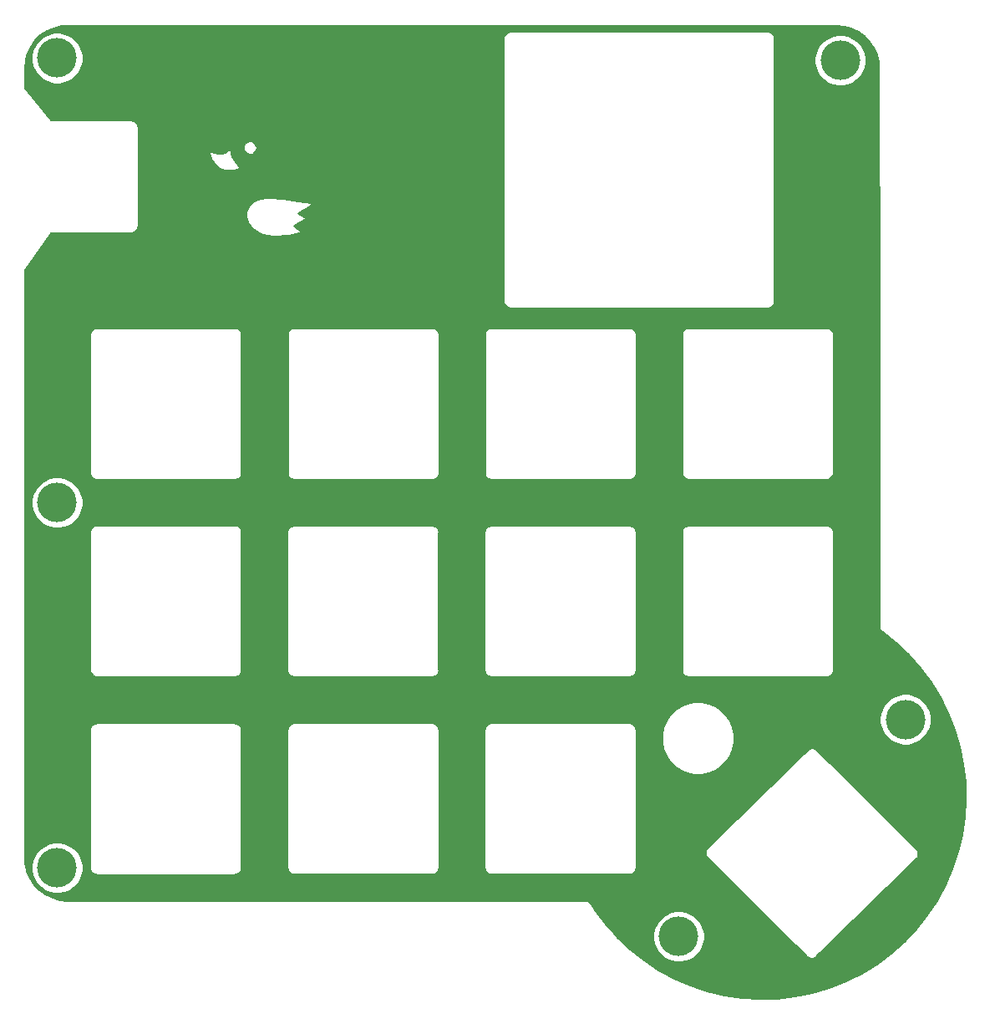
<source format=gbr>
%TF.GenerationSoftware,KiCad,Pcbnew,5.1.7-a382d34a8~88~ubuntu20.04.1*%
%TF.CreationDate,2021-05-04T18:55:33+02:00*%
%TF.ProjectId,WiFiDuck32,57694669-4475-4636-9b33-322e6b696361,2*%
%TF.SameCoordinates,Original*%
%TF.FileFunction,Copper,L1,Top*%
%TF.FilePolarity,Positive*%
%FSLAX46Y46*%
G04 Gerber Fmt 4.6, Leading zero omitted, Abs format (unit mm)*
G04 Created by KiCad (PCBNEW 5.1.7-a382d34a8~88~ubuntu20.04.1) date 2021-05-04 18:55:33*
%MOMM*%
%LPD*%
G01*
G04 APERTURE LIST*
%TA.AperFunction,ComponentPad*%
%ADD10C,4.000000*%
%TD*%
%TA.AperFunction,NonConductor*%
%ADD11C,0.254000*%
%TD*%
%TA.AperFunction,NonConductor*%
%ADD12C,0.100000*%
%TD*%
G04 APERTURE END LIST*
D10*
%TO.P,HOLE_M3,1*%
%TO.N,N/C*%
X111963200Y-90982800D03*
%TD*%
%TO.P,HOLE_M3,1*%
%TO.N,N/C*%
X89001600Y-112979200D03*
%TD*%
%TO.P,HOLE_M3,1*%
%TO.N,N/C*%
X26009600Y-106019600D03*
%TD*%
%TO.P,HOLE_M3,1*%
%TO.N,N/C*%
X26009600Y-69037200D03*
%TD*%
%TO.P,HOLE_M3,1*%
%TO.N,N/C*%
X26009600Y-24003000D03*
%TD*%
%TO.P,HOLE_M3,1*%
%TO.N,N/C*%
X105359200Y-24231600D03*
%TD*%
D11*
X104932755Y-20737499D02*
X105720247Y-20807781D01*
X106451143Y-21007731D01*
X107135075Y-21333950D01*
X107750428Y-21776126D01*
X108277759Y-22320289D01*
X108700386Y-22949226D01*
X109004963Y-23643070D01*
X109183215Y-24385539D01*
X109230539Y-25029986D01*
X109265000Y-48590261D01*
X109265001Y-81536105D01*
X109275636Y-81644085D01*
X109317664Y-81782633D01*
X109385914Y-81910320D01*
X109477763Y-82022238D01*
X109589681Y-82114087D01*
X109595346Y-82117115D01*
X110971037Y-83208782D01*
X112271452Y-84439960D01*
X113459605Y-85779781D01*
X114526462Y-87218056D01*
X115463916Y-88743859D01*
X116264813Y-90345543D01*
X116923068Y-92010943D01*
X117433667Y-93727366D01*
X117792730Y-95481779D01*
X117997518Y-97260796D01*
X118046476Y-99050886D01*
X117939229Y-100838454D01*
X117676598Y-102609845D01*
X117260574Y-104351623D01*
X116694326Y-106050521D01*
X115982173Y-107693580D01*
X115129522Y-109268331D01*
X114142868Y-110762772D01*
X113029720Y-112165537D01*
X111798540Y-113465952D01*
X110458719Y-114654105D01*
X109020439Y-115720965D01*
X107494641Y-116658416D01*
X105892952Y-117459315D01*
X104227557Y-118117568D01*
X102511132Y-118628167D01*
X100756721Y-118987230D01*
X98977705Y-119192018D01*
X97187614Y-119240976D01*
X95400046Y-119133729D01*
X93628655Y-118871098D01*
X91886877Y-118455074D01*
X90187979Y-117888826D01*
X88544920Y-117176673D01*
X86970169Y-116324022D01*
X85475728Y-115337368D01*
X84072963Y-114224220D01*
X82772548Y-112993040D01*
X82530128Y-112719675D01*
X86366600Y-112719675D01*
X86366600Y-113238725D01*
X86467861Y-113747801D01*
X86666493Y-114227341D01*
X86954862Y-114658915D01*
X87321885Y-115025938D01*
X87753459Y-115314307D01*
X88232999Y-115512939D01*
X88742075Y-115614200D01*
X89261125Y-115614200D01*
X89770201Y-115512939D01*
X90249741Y-115314307D01*
X90681315Y-115025938D01*
X91048338Y-114658915D01*
X91336707Y-114227341D01*
X91535339Y-113747801D01*
X91636600Y-113238725D01*
X91636600Y-112719675D01*
X91535339Y-112210599D01*
X91336707Y-111731059D01*
X91048338Y-111299485D01*
X90681315Y-110932462D01*
X90249741Y-110644093D01*
X89770201Y-110445461D01*
X89261125Y-110344200D01*
X88742075Y-110344200D01*
X88232999Y-110445461D01*
X87753459Y-110644093D01*
X87321885Y-110932462D01*
X86954862Y-111299485D01*
X86666493Y-111731059D01*
X86467861Y-112210599D01*
X86366600Y-112719675D01*
X82530128Y-112719675D01*
X81584395Y-111653219D01*
X80511828Y-110207245D01*
X80133405Y-109625822D01*
X80114087Y-109589680D01*
X80022238Y-109477762D01*
X79910320Y-109385913D01*
X79782633Y-109317663D01*
X79716314Y-109297545D01*
X79714055Y-109296748D01*
X79711609Y-109296118D01*
X79644085Y-109275635D01*
X79536105Y-109265000D01*
X27032731Y-109265000D01*
X26245252Y-109194719D01*
X25514357Y-108994769D01*
X24830425Y-108668550D01*
X24215072Y-108226374D01*
X23687741Y-107682211D01*
X23265114Y-107053274D01*
X22960536Y-106359429D01*
X22816645Y-105760075D01*
X23374600Y-105760075D01*
X23374600Y-106279125D01*
X23475861Y-106788201D01*
X23674493Y-107267741D01*
X23962862Y-107699315D01*
X24329885Y-108066338D01*
X24761459Y-108354707D01*
X25240999Y-108553339D01*
X25750075Y-108654600D01*
X26269125Y-108654600D01*
X26778201Y-108553339D01*
X27257741Y-108354707D01*
X27689315Y-108066338D01*
X28056338Y-107699315D01*
X28344707Y-107267741D01*
X28543339Y-106788201D01*
X28644600Y-106279125D01*
X28644600Y-105760075D01*
X28543339Y-105250999D01*
X28344707Y-104771459D01*
X28056338Y-104339885D01*
X27689315Y-103972862D01*
X27257741Y-103684493D01*
X26778201Y-103485861D01*
X26269125Y-103384600D01*
X25750075Y-103384600D01*
X25240999Y-103485861D01*
X24761459Y-103684493D01*
X24329885Y-103972862D01*
X23962862Y-104339885D01*
X23674493Y-104771459D01*
X23475861Y-105250999D01*
X23374600Y-105760075D01*
X22816645Y-105760075D01*
X22782286Y-105616961D01*
X22735000Y-104973051D01*
X22735000Y-92017900D01*
X29272965Y-92017900D01*
X29276401Y-92052787D01*
X29276400Y-105983023D01*
X29272965Y-106017900D01*
X29286673Y-106157084D01*
X29327272Y-106290920D01*
X29393200Y-106414263D01*
X29481925Y-106522375D01*
X29574562Y-106598400D01*
X29590037Y-106611100D01*
X29713380Y-106677028D01*
X29847216Y-106717627D01*
X29986400Y-106731335D01*
X30021277Y-106727900D01*
X43951523Y-106727900D01*
X43986400Y-106731335D01*
X44021277Y-106727900D01*
X44125584Y-106717627D01*
X44259420Y-106677028D01*
X44382763Y-106611100D01*
X44490875Y-106522375D01*
X44579600Y-106414263D01*
X44645528Y-106290920D01*
X44686127Y-106157084D01*
X44699835Y-106017900D01*
X44696400Y-105983023D01*
X44696400Y-92052777D01*
X44699835Y-92017900D01*
X44698585Y-92005200D01*
X49296865Y-92005200D01*
X49300301Y-92040087D01*
X49300300Y-105970323D01*
X49296865Y-106005200D01*
X49310573Y-106144384D01*
X49351172Y-106278220D01*
X49417100Y-106401563D01*
X49505825Y-106509675D01*
X49613937Y-106598400D01*
X49737280Y-106664328D01*
X49871116Y-106704927D01*
X50010300Y-106718635D01*
X50045177Y-106715200D01*
X63975423Y-106715200D01*
X64010300Y-106718635D01*
X64045177Y-106715200D01*
X64149484Y-106704927D01*
X64283320Y-106664328D01*
X64406663Y-106598400D01*
X64514775Y-106509675D01*
X64603500Y-106401563D01*
X64669428Y-106278220D01*
X64710027Y-106144384D01*
X64723735Y-106005200D01*
X64720300Y-105970323D01*
X64720300Y-92040077D01*
X64723735Y-92005200D01*
X69269965Y-92005200D01*
X69273401Y-92040087D01*
X69273400Y-105970323D01*
X69269965Y-106005200D01*
X69283673Y-106144384D01*
X69324272Y-106278220D01*
X69390200Y-106401563D01*
X69478925Y-106509675D01*
X69587037Y-106598400D01*
X69710380Y-106664328D01*
X69844216Y-106704927D01*
X69983400Y-106718635D01*
X70018277Y-106715200D01*
X83948523Y-106715200D01*
X83983400Y-106718635D01*
X84018277Y-106715200D01*
X84122584Y-106704927D01*
X84256420Y-106664328D01*
X84379763Y-106598400D01*
X84487875Y-106509675D01*
X84576600Y-106401563D01*
X84642528Y-106278220D01*
X84683127Y-106144384D01*
X84696835Y-106005200D01*
X84693400Y-105970323D01*
X84693400Y-104471065D01*
X91640688Y-104471065D01*
X91646956Y-104533898D01*
X91652432Y-104596813D01*
X91653650Y-104600997D01*
X91654082Y-104605332D01*
X91672481Y-104665711D01*
X91690133Y-104726372D01*
X91692145Y-104730241D01*
X91693414Y-104734406D01*
X91723248Y-104790053D01*
X91752386Y-104846087D01*
X91755111Y-104849485D01*
X91757170Y-104853326D01*
X91797294Y-104902092D01*
X91836797Y-104951356D01*
X91866002Y-104975884D01*
X101927561Y-115012164D01*
X101945997Y-115035156D01*
X101975191Y-115059675D01*
X101978263Y-115062739D01*
X102001008Y-115081358D01*
X102049323Y-115121935D01*
X102053141Y-115124032D01*
X102056513Y-115126792D01*
X102112260Y-115156499D01*
X102167594Y-115186888D01*
X102171747Y-115188199D01*
X102175593Y-115190249D01*
X102236073Y-115208512D01*
X102296265Y-115227520D01*
X102300593Y-115227996D01*
X102304766Y-115229256D01*
X102367681Y-115235373D01*
X102430389Y-115242268D01*
X102434723Y-115241891D01*
X102439066Y-115242313D01*
X102501981Y-115236037D01*
X102564813Y-115230568D01*
X102568992Y-115229352D01*
X102573332Y-115228919D01*
X102633784Y-115210498D01*
X102694372Y-115192867D01*
X102698236Y-115190858D01*
X102702406Y-115189587D01*
X102758086Y-115159735D01*
X102814087Y-115130614D01*
X102817485Y-115127889D01*
X102821326Y-115125830D01*
X102870108Y-115085693D01*
X102892979Y-115067354D01*
X102896071Y-115064332D01*
X102925523Y-115040099D01*
X102944200Y-115017283D01*
X113081477Y-105107527D01*
X113110923Y-105083299D01*
X113150924Y-105034432D01*
X113191534Y-104986078D01*
X113193631Y-104982260D01*
X113196392Y-104978887D01*
X113226088Y-104923161D01*
X113256488Y-104867807D01*
X113257801Y-104863649D01*
X113259849Y-104859806D01*
X113278098Y-104799374D01*
X113297120Y-104739137D01*
X113297596Y-104734806D01*
X113298856Y-104730634D01*
X113304972Y-104667731D01*
X113311868Y-104605012D01*
X113311491Y-104600677D01*
X113311913Y-104596334D01*
X113305636Y-104533412D01*
X113300168Y-104470588D01*
X113298952Y-104466410D01*
X113298519Y-104462068D01*
X113280083Y-104401567D01*
X113262466Y-104341028D01*
X113260459Y-104337169D01*
X113259187Y-104332994D01*
X113229311Y-104277269D01*
X113200214Y-104221313D01*
X113197491Y-104217917D01*
X113195430Y-104214073D01*
X113155274Y-104165268D01*
X113115803Y-104116044D01*
X113086608Y-104091524D01*
X103025043Y-94055241D01*
X103006603Y-94032244D01*
X102977406Y-94007723D01*
X102974336Y-94004661D01*
X102951584Y-93986037D01*
X102903276Y-93945466D01*
X102899462Y-93943371D01*
X102896086Y-93940608D01*
X102840311Y-93910886D01*
X102785005Y-93880512D01*
X102780852Y-93879201D01*
X102777006Y-93877151D01*
X102716538Y-93858891D01*
X102656335Y-93839880D01*
X102652005Y-93839404D01*
X102647833Y-93838144D01*
X102584956Y-93832031D01*
X102522211Y-93825132D01*
X102517872Y-93825510D01*
X102513535Y-93825088D01*
X102450705Y-93831356D01*
X102387786Y-93836832D01*
X102383601Y-93838050D01*
X102379268Y-93838482D01*
X102318882Y-93856883D01*
X102258226Y-93874534D01*
X102254359Y-93876545D01*
X102250194Y-93877814D01*
X102194565Y-93907638D01*
X102138512Y-93936786D01*
X102135112Y-93939512D01*
X102131274Y-93941570D01*
X102082553Y-93981657D01*
X102059620Y-94000046D01*
X102056518Y-94003078D01*
X102027077Y-94027302D01*
X102008408Y-94050108D01*
X91871125Y-103959873D01*
X91841677Y-103984102D01*
X91801690Y-104032951D01*
X91761065Y-104081323D01*
X91758966Y-104085144D01*
X91756208Y-104088514D01*
X91726519Y-104144227D01*
X91696112Y-104199594D01*
X91694800Y-104203749D01*
X91692751Y-104207594D01*
X91674495Y-104268051D01*
X91655480Y-104328265D01*
X91655004Y-104332595D01*
X91653744Y-104336767D01*
X91647631Y-104399644D01*
X91640732Y-104462389D01*
X91641110Y-104466728D01*
X91640688Y-104471065D01*
X84693400Y-104471065D01*
X84693400Y-92518409D01*
X87244841Y-92518409D01*
X87244841Y-93244717D01*
X87386536Y-93957068D01*
X87664482Y-94628088D01*
X88067996Y-95231990D01*
X88581573Y-95745567D01*
X89185475Y-96149081D01*
X89856495Y-96427027D01*
X90568846Y-96568722D01*
X91295154Y-96568722D01*
X92007505Y-96427027D01*
X92678525Y-96149081D01*
X93282427Y-95745567D01*
X93796004Y-95231990D01*
X94199518Y-94628088D01*
X94477464Y-93957068D01*
X94619159Y-93244717D01*
X94619159Y-92518409D01*
X94477464Y-91806058D01*
X94199518Y-91135038D01*
X93924388Y-90723275D01*
X109328200Y-90723275D01*
X109328200Y-91242325D01*
X109429461Y-91751401D01*
X109628093Y-92230941D01*
X109916462Y-92662515D01*
X110283485Y-93029538D01*
X110715059Y-93317907D01*
X111194599Y-93516539D01*
X111703675Y-93617800D01*
X112222725Y-93617800D01*
X112731801Y-93516539D01*
X113211341Y-93317907D01*
X113642915Y-93029538D01*
X114009938Y-92662515D01*
X114298307Y-92230941D01*
X114496939Y-91751401D01*
X114598200Y-91242325D01*
X114598200Y-90723275D01*
X114496939Y-90214199D01*
X114298307Y-89734659D01*
X114009938Y-89303085D01*
X113642915Y-88936062D01*
X113211341Y-88647693D01*
X112731801Y-88449061D01*
X112222725Y-88347800D01*
X111703675Y-88347800D01*
X111194599Y-88449061D01*
X110715059Y-88647693D01*
X110283485Y-88936062D01*
X109916462Y-89303085D01*
X109628093Y-89734659D01*
X109429461Y-90214199D01*
X109328200Y-90723275D01*
X93924388Y-90723275D01*
X93796004Y-90531136D01*
X93282427Y-90017559D01*
X92678525Y-89614045D01*
X92007505Y-89336099D01*
X91295154Y-89194404D01*
X90568846Y-89194404D01*
X89856495Y-89336099D01*
X89185475Y-89614045D01*
X88581573Y-90017559D01*
X88067996Y-90531136D01*
X87664482Y-91135038D01*
X87386536Y-91806058D01*
X87244841Y-92518409D01*
X84693400Y-92518409D01*
X84693400Y-92040077D01*
X84696835Y-92005200D01*
X84683127Y-91866016D01*
X84642528Y-91732180D01*
X84576600Y-91608837D01*
X84487875Y-91500725D01*
X84379763Y-91412000D01*
X84256420Y-91346072D01*
X84122584Y-91305473D01*
X84018277Y-91295200D01*
X83983400Y-91291765D01*
X83948523Y-91295200D01*
X70018277Y-91295200D01*
X69983400Y-91291765D01*
X69948523Y-91295200D01*
X69844216Y-91305473D01*
X69710380Y-91346072D01*
X69587037Y-91412000D01*
X69478925Y-91500725D01*
X69390200Y-91608837D01*
X69324272Y-91732180D01*
X69283673Y-91866016D01*
X69269965Y-92005200D01*
X64723735Y-92005200D01*
X64710027Y-91866016D01*
X64669428Y-91732180D01*
X64603500Y-91608837D01*
X64514775Y-91500725D01*
X64406663Y-91412000D01*
X64283320Y-91346072D01*
X64149484Y-91305473D01*
X64045177Y-91295200D01*
X64010300Y-91291765D01*
X63975423Y-91295200D01*
X50045177Y-91295200D01*
X50010300Y-91291765D01*
X49975423Y-91295200D01*
X49871116Y-91305473D01*
X49737280Y-91346072D01*
X49613937Y-91412000D01*
X49505825Y-91500725D01*
X49417100Y-91608837D01*
X49351172Y-91732180D01*
X49310573Y-91866016D01*
X49296865Y-92005200D01*
X44698585Y-92005200D01*
X44686127Y-91878716D01*
X44645528Y-91744880D01*
X44579600Y-91621537D01*
X44490875Y-91513425D01*
X44382763Y-91424700D01*
X44259420Y-91358772D01*
X44125584Y-91318173D01*
X43986400Y-91304465D01*
X43951523Y-91307900D01*
X30021277Y-91307900D01*
X29986400Y-91304465D01*
X29951523Y-91307900D01*
X29847216Y-91318173D01*
X29713380Y-91358772D01*
X29590037Y-91424700D01*
X29481925Y-91513425D01*
X29393200Y-91621537D01*
X29327272Y-91744880D01*
X29286673Y-91878716D01*
X29272965Y-92017900D01*
X22735000Y-92017900D01*
X22735000Y-71981300D01*
X29298365Y-71981300D01*
X29301801Y-72016187D01*
X29301800Y-85946423D01*
X29298365Y-85981300D01*
X29312073Y-86120484D01*
X29352672Y-86254320D01*
X29418600Y-86377663D01*
X29507325Y-86485775D01*
X29614276Y-86573547D01*
X29615437Y-86574500D01*
X29738780Y-86640428D01*
X29872616Y-86681027D01*
X30011800Y-86694735D01*
X30046677Y-86691300D01*
X43976923Y-86691300D01*
X44011800Y-86694735D01*
X44046677Y-86691300D01*
X44150984Y-86681027D01*
X44284820Y-86640428D01*
X44408163Y-86574500D01*
X44516275Y-86485775D01*
X44605000Y-86377663D01*
X44670928Y-86254320D01*
X44711527Y-86120484D01*
X44725235Y-85981300D01*
X44721800Y-85946423D01*
X44721800Y-72016177D01*
X44723984Y-71994000D01*
X49284165Y-71994000D01*
X49287601Y-72028887D01*
X49287600Y-85959123D01*
X49284165Y-85994000D01*
X49297873Y-86133184D01*
X49338472Y-86267020D01*
X49404400Y-86390363D01*
X49493125Y-86498475D01*
X49584601Y-86573547D01*
X49601237Y-86587200D01*
X49724580Y-86653128D01*
X49858416Y-86693727D01*
X49997600Y-86707435D01*
X50032477Y-86704000D01*
X63962723Y-86704000D01*
X63997600Y-86707435D01*
X64032477Y-86704000D01*
X64136784Y-86693727D01*
X64270620Y-86653128D01*
X64393963Y-86587200D01*
X64502075Y-86498475D01*
X64590800Y-86390363D01*
X64656728Y-86267020D01*
X64697327Y-86133184D01*
X64711035Y-85994000D01*
X64707600Y-85959123D01*
X64707600Y-72028877D01*
X64711035Y-71994000D01*
X69269965Y-71994000D01*
X69273401Y-72028887D01*
X69273400Y-85959123D01*
X69269965Y-85994000D01*
X69283673Y-86133184D01*
X69324272Y-86267020D01*
X69390200Y-86390363D01*
X69478925Y-86498475D01*
X69570401Y-86573547D01*
X69587037Y-86587200D01*
X69710380Y-86653128D01*
X69844216Y-86693727D01*
X69983400Y-86707435D01*
X70018277Y-86704000D01*
X83948523Y-86704000D01*
X83983400Y-86707435D01*
X84018277Y-86704000D01*
X84122584Y-86693727D01*
X84256420Y-86653128D01*
X84379763Y-86587200D01*
X84487875Y-86498475D01*
X84576600Y-86390363D01*
X84642528Y-86267020D01*
X84683127Y-86133184D01*
X84696835Y-85994000D01*
X84693400Y-85959123D01*
X84693400Y-72028877D01*
X84696835Y-71994000D01*
X89268465Y-71994000D01*
X89271901Y-72028887D01*
X89271900Y-85959123D01*
X89268465Y-85994000D01*
X89282173Y-86133184D01*
X89322772Y-86267020D01*
X89388700Y-86390363D01*
X89477425Y-86498475D01*
X89568901Y-86573547D01*
X89585537Y-86587200D01*
X89708880Y-86653128D01*
X89842716Y-86693727D01*
X89981900Y-86707435D01*
X90016777Y-86704000D01*
X103947023Y-86704000D01*
X103981900Y-86707435D01*
X104016777Y-86704000D01*
X104121084Y-86693727D01*
X104254920Y-86653128D01*
X104378263Y-86587200D01*
X104486375Y-86498475D01*
X104575100Y-86390363D01*
X104641028Y-86267020D01*
X104681627Y-86133184D01*
X104695335Y-85994000D01*
X104691900Y-85959123D01*
X104691900Y-72028877D01*
X104695335Y-71994000D01*
X104681627Y-71854816D01*
X104641028Y-71720980D01*
X104575100Y-71597637D01*
X104486375Y-71489525D01*
X104378263Y-71400800D01*
X104254920Y-71334872D01*
X104121084Y-71294273D01*
X104016777Y-71284000D01*
X103981900Y-71280565D01*
X103947023Y-71284000D01*
X90016777Y-71284000D01*
X89981900Y-71280565D01*
X89947023Y-71284000D01*
X89842716Y-71294273D01*
X89708880Y-71334872D01*
X89585537Y-71400800D01*
X89477425Y-71489525D01*
X89388700Y-71597637D01*
X89322772Y-71720980D01*
X89282173Y-71854816D01*
X89268465Y-71994000D01*
X84696835Y-71994000D01*
X84683127Y-71854816D01*
X84642528Y-71720980D01*
X84576600Y-71597637D01*
X84487875Y-71489525D01*
X84379763Y-71400800D01*
X84256420Y-71334872D01*
X84122584Y-71294273D01*
X84018277Y-71284000D01*
X83983400Y-71280565D01*
X83948523Y-71284000D01*
X70018277Y-71284000D01*
X69983400Y-71280565D01*
X69948523Y-71284000D01*
X69844216Y-71294273D01*
X69710380Y-71334872D01*
X69587037Y-71400800D01*
X69478925Y-71489525D01*
X69390200Y-71597637D01*
X69324272Y-71720980D01*
X69283673Y-71854816D01*
X69269965Y-71994000D01*
X64711035Y-71994000D01*
X64697327Y-71854816D01*
X64656728Y-71720980D01*
X64590800Y-71597637D01*
X64502075Y-71489525D01*
X64393963Y-71400800D01*
X64270620Y-71334872D01*
X64136784Y-71294273D01*
X64032477Y-71284000D01*
X63997600Y-71280565D01*
X63962723Y-71284000D01*
X50032477Y-71284000D01*
X49997600Y-71280565D01*
X49962723Y-71284000D01*
X49858416Y-71294273D01*
X49724580Y-71334872D01*
X49601237Y-71400800D01*
X49493125Y-71489525D01*
X49404400Y-71597637D01*
X49338472Y-71720980D01*
X49297873Y-71854816D01*
X49284165Y-71994000D01*
X44723984Y-71994000D01*
X44725235Y-71981300D01*
X44711527Y-71842116D01*
X44670928Y-71708280D01*
X44605000Y-71584937D01*
X44516275Y-71476825D01*
X44408163Y-71388100D01*
X44284820Y-71322172D01*
X44150984Y-71281573D01*
X44046677Y-71271300D01*
X44011800Y-71267865D01*
X43976923Y-71271300D01*
X30046677Y-71271300D01*
X30011800Y-71267865D01*
X29976923Y-71271300D01*
X29872616Y-71281573D01*
X29738780Y-71322172D01*
X29615437Y-71388100D01*
X29507325Y-71476825D01*
X29418600Y-71584937D01*
X29352672Y-71708280D01*
X29312073Y-71842116D01*
X29298365Y-71981300D01*
X22735000Y-71981300D01*
X22735000Y-68777675D01*
X23374600Y-68777675D01*
X23374600Y-69296725D01*
X23475861Y-69805801D01*
X23674493Y-70285341D01*
X23962862Y-70716915D01*
X24329885Y-71083938D01*
X24761459Y-71372307D01*
X25240999Y-71570939D01*
X25750075Y-71672200D01*
X26269125Y-71672200D01*
X26778201Y-71570939D01*
X27257741Y-71372307D01*
X27689315Y-71083938D01*
X28056338Y-70716915D01*
X28344707Y-70285341D01*
X28543339Y-69805801D01*
X28644600Y-69296725D01*
X28644600Y-68777675D01*
X28543339Y-68268599D01*
X28344707Y-67789059D01*
X28056338Y-67357485D01*
X27689315Y-66990462D01*
X27257741Y-66702093D01*
X26778201Y-66503461D01*
X26269125Y-66402200D01*
X25750075Y-66402200D01*
X25240999Y-66503461D01*
X24761459Y-66702093D01*
X24329885Y-66990462D01*
X23962862Y-67357485D01*
X23674493Y-67789059D01*
X23475861Y-68268599D01*
X23374600Y-68777675D01*
X22735000Y-68777675D01*
X22735000Y-52008200D01*
X29298365Y-52008200D01*
X29301801Y-52043087D01*
X29301800Y-65973323D01*
X29298365Y-66008200D01*
X29312073Y-66147384D01*
X29352672Y-66281220D01*
X29418600Y-66404563D01*
X29507325Y-66512675D01*
X29584487Y-66576000D01*
X29615437Y-66601400D01*
X29738780Y-66667328D01*
X29872616Y-66707927D01*
X30011800Y-66721635D01*
X30046677Y-66718200D01*
X43976923Y-66718200D01*
X44011800Y-66721635D01*
X44046677Y-66718200D01*
X44150984Y-66707927D01*
X44284820Y-66667328D01*
X44408163Y-66601400D01*
X44516275Y-66512675D01*
X44605000Y-66404563D01*
X44670928Y-66281220D01*
X44711527Y-66147384D01*
X44725235Y-66008200D01*
X44721800Y-65973323D01*
X44721800Y-52043077D01*
X44725235Y-52008200D01*
X49309565Y-52008200D01*
X49313001Y-52043087D01*
X49313000Y-65973323D01*
X49309565Y-66008200D01*
X49323273Y-66147384D01*
X49363872Y-66281220D01*
X49429800Y-66404563D01*
X49518525Y-66512675D01*
X49595687Y-66576000D01*
X49626637Y-66601400D01*
X49749980Y-66667328D01*
X49883816Y-66707927D01*
X50023000Y-66721635D01*
X50057877Y-66718200D01*
X63988123Y-66718200D01*
X64023000Y-66721635D01*
X64057877Y-66718200D01*
X64162184Y-66707927D01*
X64296020Y-66667328D01*
X64419363Y-66601400D01*
X64527475Y-66512675D01*
X64616200Y-66404563D01*
X64682128Y-66281220D01*
X64722727Y-66147384D01*
X64736435Y-66008200D01*
X64733000Y-65973323D01*
X64733000Y-52043077D01*
X64736435Y-52008200D01*
X69295365Y-52008200D01*
X69298801Y-52043087D01*
X69298800Y-65973323D01*
X69295365Y-66008200D01*
X69309073Y-66147384D01*
X69349672Y-66281220D01*
X69415600Y-66404563D01*
X69504325Y-66512675D01*
X69581487Y-66576000D01*
X69612437Y-66601400D01*
X69735780Y-66667328D01*
X69869616Y-66707927D01*
X70008800Y-66721635D01*
X70043677Y-66718200D01*
X83973923Y-66718200D01*
X84008800Y-66721635D01*
X84043677Y-66718200D01*
X84147984Y-66707927D01*
X84281820Y-66667328D01*
X84405163Y-66601400D01*
X84513275Y-66512675D01*
X84602000Y-66404563D01*
X84667928Y-66281220D01*
X84708527Y-66147384D01*
X84722235Y-66008200D01*
X84718800Y-65973323D01*
X84718800Y-52043077D01*
X84722235Y-52008200D01*
X84719734Y-51982800D01*
X89281165Y-51982800D01*
X89284601Y-52017687D01*
X89284600Y-65947923D01*
X89281165Y-65982800D01*
X89294873Y-66121984D01*
X89335472Y-66255820D01*
X89401400Y-66379163D01*
X89490125Y-66487275D01*
X89598237Y-66576000D01*
X89721580Y-66641928D01*
X89855416Y-66682527D01*
X89994600Y-66696235D01*
X90029477Y-66692800D01*
X103959723Y-66692800D01*
X103994600Y-66696235D01*
X104029477Y-66692800D01*
X104133784Y-66682527D01*
X104267620Y-66641928D01*
X104390963Y-66576000D01*
X104499075Y-66487275D01*
X104587800Y-66379163D01*
X104653728Y-66255820D01*
X104694327Y-66121984D01*
X104708035Y-65982800D01*
X104704600Y-65947923D01*
X104704600Y-52017677D01*
X104708035Y-51982800D01*
X104694327Y-51843616D01*
X104653728Y-51709780D01*
X104587800Y-51586437D01*
X104499075Y-51478325D01*
X104390963Y-51389600D01*
X104267620Y-51323672D01*
X104133784Y-51283073D01*
X104029477Y-51272800D01*
X103994600Y-51269365D01*
X103959723Y-51272800D01*
X90029477Y-51272800D01*
X89994600Y-51269365D01*
X89959723Y-51272800D01*
X89855416Y-51283073D01*
X89721580Y-51323672D01*
X89598237Y-51389600D01*
X89490125Y-51478325D01*
X89401400Y-51586437D01*
X89335472Y-51709780D01*
X89294873Y-51843616D01*
X89281165Y-51982800D01*
X84719734Y-51982800D01*
X84708527Y-51869016D01*
X84667928Y-51735180D01*
X84602000Y-51611837D01*
X84513275Y-51503725D01*
X84405163Y-51415000D01*
X84281820Y-51349072D01*
X84147984Y-51308473D01*
X84043677Y-51298200D01*
X84008800Y-51294765D01*
X83973923Y-51298200D01*
X70043677Y-51298200D01*
X70008800Y-51294765D01*
X69973923Y-51298200D01*
X69869616Y-51308473D01*
X69735780Y-51349072D01*
X69612437Y-51415000D01*
X69504325Y-51503725D01*
X69415600Y-51611837D01*
X69349672Y-51735180D01*
X69309073Y-51869016D01*
X69295365Y-52008200D01*
X64736435Y-52008200D01*
X64722727Y-51869016D01*
X64682128Y-51735180D01*
X64616200Y-51611837D01*
X64527475Y-51503725D01*
X64419363Y-51415000D01*
X64296020Y-51349072D01*
X64162184Y-51308473D01*
X64057877Y-51298200D01*
X64023000Y-51294765D01*
X63988123Y-51298200D01*
X50057877Y-51298200D01*
X50023000Y-51294765D01*
X49988123Y-51298200D01*
X49883816Y-51308473D01*
X49749980Y-51349072D01*
X49626637Y-51415000D01*
X49518525Y-51503725D01*
X49429800Y-51611837D01*
X49363872Y-51735180D01*
X49323273Y-51869016D01*
X49309565Y-52008200D01*
X44725235Y-52008200D01*
X44711527Y-51869016D01*
X44670928Y-51735180D01*
X44605000Y-51611837D01*
X44516275Y-51503725D01*
X44408163Y-51415000D01*
X44284820Y-51349072D01*
X44150984Y-51308473D01*
X44046677Y-51298200D01*
X44011800Y-51294765D01*
X43976923Y-51298200D01*
X30046677Y-51298200D01*
X30011800Y-51294765D01*
X29976923Y-51298200D01*
X29872616Y-51308473D01*
X29738780Y-51349072D01*
X29615437Y-51415000D01*
X29507325Y-51503725D01*
X29418600Y-51611837D01*
X29352672Y-51735180D01*
X29312073Y-51869016D01*
X29298365Y-52008200D01*
X22735000Y-52008200D01*
X22735000Y-45446994D01*
X25378871Y-41735000D01*
X33463895Y-41735000D01*
X33500000Y-41738556D01*
X33536105Y-41735000D01*
X33644085Y-41724365D01*
X33782633Y-41682337D01*
X33910320Y-41614087D01*
X34022238Y-41522238D01*
X34114087Y-41410320D01*
X34182337Y-41282633D01*
X34224365Y-41144085D01*
X34238556Y-41000000D01*
X34235000Y-40963895D01*
X34235000Y-39985773D01*
X45110550Y-39985773D01*
X45114192Y-40010402D01*
X45190392Y-40315202D01*
X45196552Y-40333683D01*
X45399752Y-40816283D01*
X45418507Y-40847421D01*
X45647107Y-41126821D01*
X45659258Y-41139720D01*
X45989458Y-41444520D01*
X46012987Y-41461693D01*
X46774987Y-41893493D01*
X46795457Y-41902804D01*
X46819639Y-41908724D01*
X47886439Y-42061124D01*
X47910441Y-42062256D01*
X49510641Y-41986056D01*
X49529507Y-41983734D01*
X50545507Y-41780534D01*
X50575515Y-41770514D01*
X50596800Y-41757600D01*
X50698400Y-41681400D01*
X50708884Y-41672616D01*
X50725326Y-41653922D01*
X50737805Y-41632379D01*
X50745841Y-41608815D01*
X50749126Y-41584136D01*
X50747533Y-41559291D01*
X50741124Y-41535234D01*
X50730144Y-41512889D01*
X50715016Y-41493116D01*
X50696322Y-41476674D01*
X49986942Y-40966807D01*
X51165920Y-40319525D01*
X51183765Y-40307667D01*
X51201652Y-40290350D01*
X51215818Y-40269877D01*
X51225717Y-40247033D01*
X51230970Y-40222697D01*
X51231374Y-40197804D01*
X51226914Y-40173310D01*
X51217761Y-40150158D01*
X51204267Y-40129235D01*
X51186950Y-40111348D01*
X51166477Y-40097182D01*
X50447320Y-39697650D01*
X51651267Y-38997172D01*
X51663007Y-38989442D01*
X51681462Y-38972731D01*
X51696302Y-38952741D01*
X51772502Y-38825741D01*
X51781800Y-38806851D01*
X51788591Y-38782898D01*
X51790579Y-38758082D01*
X51787687Y-38733354D01*
X51780026Y-38709665D01*
X51767891Y-38687927D01*
X51751748Y-38668973D01*
X51732218Y-38653533D01*
X51710051Y-38642200D01*
X51686098Y-38635409D01*
X50416098Y-38406809D01*
X50409852Y-38405844D01*
X48835052Y-38202644D01*
X48826722Y-38201847D01*
X47607522Y-38125647D01*
X47599600Y-38125400D01*
X47218600Y-38125400D01*
X47204043Y-38126237D01*
X46543643Y-38202437D01*
X46512989Y-38209920D01*
X45979589Y-38413120D01*
X45964093Y-38420249D01*
X45943497Y-38434236D01*
X45638697Y-38688236D01*
X45621707Y-38705379D01*
X45393107Y-38984779D01*
X45375586Y-39013084D01*
X45146986Y-39521084D01*
X45140028Y-39540702D01*
X45136047Y-39565278D01*
X45110647Y-39971678D01*
X45110550Y-39985773D01*
X34235000Y-39985773D01*
X34235000Y-33518997D01*
X41351520Y-33518997D01*
X41352197Y-33543884D01*
X41357717Y-33568161D01*
X41380617Y-33636860D01*
X41429866Y-33883107D01*
X41437169Y-33907046D01*
X41564169Y-34211846D01*
X41575730Y-34233447D01*
X41778930Y-34538247D01*
X41784352Y-34545770D01*
X41962152Y-34774370D01*
X41977441Y-34790798D01*
X42231441Y-35019398D01*
X42251059Y-35033902D01*
X42505059Y-35186302D01*
X42520372Y-35194131D01*
X42698172Y-35270331D01*
X42714784Y-35276125D01*
X42994184Y-35352325D01*
X43008761Y-35355395D01*
X43516761Y-35431595D01*
X43545340Y-35432626D01*
X43875540Y-35407226D01*
X43894357Y-35404348D01*
X44224557Y-35328148D01*
X44259010Y-35314667D01*
X44436810Y-35213067D01*
X44455950Y-35199652D01*
X44473267Y-35181765D01*
X44486761Y-35160842D01*
X44495914Y-35137690D01*
X44500374Y-35113196D01*
X44499970Y-35088303D01*
X44494717Y-35063967D01*
X44484818Y-35041123D01*
X44357818Y-34812523D01*
X44348400Y-34798000D01*
X44122726Y-34497101D01*
X43950031Y-34225723D01*
X43781304Y-33912373D01*
X43710825Y-33653949D01*
X43661123Y-33330889D01*
X43656083Y-33310039D01*
X43645933Y-33287306D01*
X43631543Y-33266989D01*
X43613466Y-33249871D01*
X43592396Y-33236608D01*
X43541596Y-33211208D01*
X43515602Y-33201592D01*
X43490973Y-33197950D01*
X43466108Y-33199183D01*
X43441960Y-33205244D01*
X43419459Y-33215898D01*
X43292459Y-33292098D01*
X43285510Y-33296582D01*
X42967112Y-33517011D01*
X42749141Y-33604200D01*
X42279055Y-33604200D01*
X41942314Y-33532041D01*
X41541481Y-33406781D01*
X41528376Y-33403440D01*
X41503600Y-33401000D01*
X41478200Y-33401000D01*
X41462316Y-33401997D01*
X41438039Y-33407517D01*
X41415306Y-33417667D01*
X41394989Y-33432057D01*
X41377871Y-33450134D01*
X41364608Y-33471204D01*
X41355710Y-33494456D01*
X41351520Y-33518997D01*
X34235000Y-33518997D01*
X34235000Y-33160902D01*
X44831522Y-33160902D01*
X44832472Y-33191683D01*
X44838646Y-33215801D01*
X44940246Y-33495201D01*
X44954077Y-33522468D01*
X44969891Y-33541696D01*
X44989153Y-33557470D01*
X45217753Y-33709870D01*
X45233953Y-33719032D01*
X45257398Y-33727408D01*
X45460598Y-33778208D01*
X45477053Y-33781187D01*
X45501947Y-33781561D01*
X45806747Y-33756161D01*
X45836888Y-33749906D01*
X45859577Y-33739656D01*
X45879830Y-33725177D01*
X46083030Y-33547377D01*
X46102542Y-33525899D01*
X46115017Y-33504353D01*
X46242017Y-33224953D01*
X46250960Y-33197176D01*
X46253400Y-33172400D01*
X46253400Y-32969200D01*
X46248890Y-32935656D01*
X46239992Y-32912404D01*
X46163792Y-32760004D01*
X46149370Y-32737464D01*
X45946170Y-32483464D01*
X45937891Y-32474099D01*
X45918840Y-32458071D01*
X45897028Y-32446069D01*
X45719228Y-32369869D01*
X45705885Y-32365014D01*
X45681459Y-32360193D01*
X45656563Y-32360230D01*
X45402563Y-32385630D01*
X45368033Y-32394083D01*
X45114033Y-32495683D01*
X45088303Y-32509604D01*
X45069416Y-32525824D01*
X45054055Y-32545417D01*
X44876255Y-32824817D01*
X44861595Y-32857048D01*
X44856922Y-32881502D01*
X44831522Y-33160902D01*
X34235000Y-33160902D01*
X34235000Y-31036105D01*
X34238556Y-31000000D01*
X34224365Y-30855915D01*
X34182337Y-30717367D01*
X34114087Y-30589680D01*
X34022238Y-30477762D01*
X33910320Y-30385913D01*
X33782633Y-30317663D01*
X33644085Y-30275635D01*
X33536105Y-30265000D01*
X33500000Y-30261444D01*
X33463895Y-30265000D01*
X25349999Y-30265000D01*
X22735000Y-27044194D01*
X22735000Y-25032731D01*
X22805281Y-24245253D01*
X22942551Y-23743475D01*
X23374600Y-23743475D01*
X23374600Y-24262525D01*
X23475861Y-24771601D01*
X23674493Y-25251141D01*
X23962862Y-25682715D01*
X24329885Y-26049738D01*
X24761459Y-26338107D01*
X25240999Y-26536739D01*
X25750075Y-26638000D01*
X26269125Y-26638000D01*
X26778201Y-26536739D01*
X27257741Y-26338107D01*
X27689315Y-26049738D01*
X28056338Y-25682715D01*
X28344707Y-25251141D01*
X28543339Y-24771601D01*
X28644600Y-24262525D01*
X28644600Y-23743475D01*
X28543339Y-23234399D01*
X28344707Y-22754859D01*
X28056338Y-22323285D01*
X27733053Y-22000000D01*
X71198444Y-22000000D01*
X71202001Y-22036115D01*
X71202000Y-48570095D01*
X71198444Y-48606200D01*
X71212635Y-48750285D01*
X71254663Y-48888833D01*
X71322913Y-49016520D01*
X71414762Y-49128438D01*
X71506207Y-49203485D01*
X71526680Y-49220287D01*
X71654367Y-49288537D01*
X71792915Y-49330565D01*
X71937000Y-49344756D01*
X71973105Y-49341200D01*
X97973095Y-49341200D01*
X98009200Y-49344756D01*
X98045305Y-49341200D01*
X98153285Y-49330565D01*
X98291833Y-49288537D01*
X98419520Y-49220287D01*
X98531438Y-49128438D01*
X98623287Y-49016520D01*
X98691537Y-48888833D01*
X98733565Y-48750285D01*
X98747756Y-48606200D01*
X98744200Y-48570095D01*
X98744200Y-23972075D01*
X102724200Y-23972075D01*
X102724200Y-24491125D01*
X102825461Y-25000201D01*
X103024093Y-25479741D01*
X103312462Y-25911315D01*
X103679485Y-26278338D01*
X104111059Y-26566707D01*
X104590599Y-26765339D01*
X105099675Y-26866600D01*
X105618725Y-26866600D01*
X106127801Y-26765339D01*
X106607341Y-26566707D01*
X107038915Y-26278338D01*
X107405938Y-25911315D01*
X107694307Y-25479741D01*
X107892939Y-25000201D01*
X107994200Y-24491125D01*
X107994200Y-23972075D01*
X107892939Y-23462999D01*
X107694307Y-22983459D01*
X107405938Y-22551885D01*
X107038915Y-22184862D01*
X106607341Y-21896493D01*
X106127801Y-21697861D01*
X105618725Y-21596600D01*
X105099675Y-21596600D01*
X104590599Y-21697861D01*
X104111059Y-21896493D01*
X103679485Y-22184862D01*
X103312462Y-22551885D01*
X103024093Y-22983459D01*
X102825461Y-23462999D01*
X102724200Y-23972075D01*
X98744200Y-23972075D01*
X98744200Y-22036105D01*
X98747756Y-22000000D01*
X98733565Y-21855915D01*
X98691537Y-21717367D01*
X98623287Y-21589680D01*
X98531438Y-21477762D01*
X98419520Y-21385913D01*
X98291833Y-21317663D01*
X98153285Y-21275635D01*
X98045305Y-21265000D01*
X98009200Y-21261444D01*
X97973095Y-21265000D01*
X71973105Y-21265000D01*
X71937000Y-21261444D01*
X71900895Y-21265000D01*
X71792915Y-21275635D01*
X71654367Y-21317663D01*
X71526680Y-21385913D01*
X71414762Y-21477762D01*
X71322913Y-21589680D01*
X71254663Y-21717367D01*
X71212635Y-21855915D01*
X71198444Y-22000000D01*
X27733053Y-22000000D01*
X27689315Y-21956262D01*
X27257741Y-21667893D01*
X26778201Y-21469261D01*
X26269125Y-21368000D01*
X25750075Y-21368000D01*
X25240999Y-21469261D01*
X24761459Y-21667893D01*
X24329885Y-21956262D01*
X23962862Y-22323285D01*
X23674493Y-22754859D01*
X23475861Y-23234399D01*
X23374600Y-23743475D01*
X22942551Y-23743475D01*
X23005231Y-23514357D01*
X23331450Y-22830425D01*
X23773626Y-22215072D01*
X24317789Y-21687741D01*
X24946726Y-21265114D01*
X25640570Y-20960537D01*
X26383039Y-20782285D01*
X27026949Y-20735000D01*
X104932755Y-20737499D01*
%TA.AperFunction,NonConductor*%
D12*
G36*
X104932755Y-20737499D02*
G01*
X105720247Y-20807781D01*
X106451143Y-21007731D01*
X107135075Y-21333950D01*
X107750428Y-21776126D01*
X108277759Y-22320289D01*
X108700386Y-22949226D01*
X109004963Y-23643070D01*
X109183215Y-24385539D01*
X109230539Y-25029986D01*
X109265000Y-48590261D01*
X109265001Y-81536105D01*
X109275636Y-81644085D01*
X109317664Y-81782633D01*
X109385914Y-81910320D01*
X109477763Y-82022238D01*
X109589681Y-82114087D01*
X109595346Y-82117115D01*
X110971037Y-83208782D01*
X112271452Y-84439960D01*
X113459605Y-85779781D01*
X114526462Y-87218056D01*
X115463916Y-88743859D01*
X116264813Y-90345543D01*
X116923068Y-92010943D01*
X117433667Y-93727366D01*
X117792730Y-95481779D01*
X117997518Y-97260796D01*
X118046476Y-99050886D01*
X117939229Y-100838454D01*
X117676598Y-102609845D01*
X117260574Y-104351623D01*
X116694326Y-106050521D01*
X115982173Y-107693580D01*
X115129522Y-109268331D01*
X114142868Y-110762772D01*
X113029720Y-112165537D01*
X111798540Y-113465952D01*
X110458719Y-114654105D01*
X109020439Y-115720965D01*
X107494641Y-116658416D01*
X105892952Y-117459315D01*
X104227557Y-118117568D01*
X102511132Y-118628167D01*
X100756721Y-118987230D01*
X98977705Y-119192018D01*
X97187614Y-119240976D01*
X95400046Y-119133729D01*
X93628655Y-118871098D01*
X91886877Y-118455074D01*
X90187979Y-117888826D01*
X88544920Y-117176673D01*
X86970169Y-116324022D01*
X85475728Y-115337368D01*
X84072963Y-114224220D01*
X82772548Y-112993040D01*
X82530128Y-112719675D01*
X86366600Y-112719675D01*
X86366600Y-113238725D01*
X86467861Y-113747801D01*
X86666493Y-114227341D01*
X86954862Y-114658915D01*
X87321885Y-115025938D01*
X87753459Y-115314307D01*
X88232999Y-115512939D01*
X88742075Y-115614200D01*
X89261125Y-115614200D01*
X89770201Y-115512939D01*
X90249741Y-115314307D01*
X90681315Y-115025938D01*
X91048338Y-114658915D01*
X91336707Y-114227341D01*
X91535339Y-113747801D01*
X91636600Y-113238725D01*
X91636600Y-112719675D01*
X91535339Y-112210599D01*
X91336707Y-111731059D01*
X91048338Y-111299485D01*
X90681315Y-110932462D01*
X90249741Y-110644093D01*
X89770201Y-110445461D01*
X89261125Y-110344200D01*
X88742075Y-110344200D01*
X88232999Y-110445461D01*
X87753459Y-110644093D01*
X87321885Y-110932462D01*
X86954862Y-111299485D01*
X86666493Y-111731059D01*
X86467861Y-112210599D01*
X86366600Y-112719675D01*
X82530128Y-112719675D01*
X81584395Y-111653219D01*
X80511828Y-110207245D01*
X80133405Y-109625822D01*
X80114087Y-109589680D01*
X80022238Y-109477762D01*
X79910320Y-109385913D01*
X79782633Y-109317663D01*
X79716314Y-109297545D01*
X79714055Y-109296748D01*
X79711609Y-109296118D01*
X79644085Y-109275635D01*
X79536105Y-109265000D01*
X27032731Y-109265000D01*
X26245252Y-109194719D01*
X25514357Y-108994769D01*
X24830425Y-108668550D01*
X24215072Y-108226374D01*
X23687741Y-107682211D01*
X23265114Y-107053274D01*
X22960536Y-106359429D01*
X22816645Y-105760075D01*
X23374600Y-105760075D01*
X23374600Y-106279125D01*
X23475861Y-106788201D01*
X23674493Y-107267741D01*
X23962862Y-107699315D01*
X24329885Y-108066338D01*
X24761459Y-108354707D01*
X25240999Y-108553339D01*
X25750075Y-108654600D01*
X26269125Y-108654600D01*
X26778201Y-108553339D01*
X27257741Y-108354707D01*
X27689315Y-108066338D01*
X28056338Y-107699315D01*
X28344707Y-107267741D01*
X28543339Y-106788201D01*
X28644600Y-106279125D01*
X28644600Y-105760075D01*
X28543339Y-105250999D01*
X28344707Y-104771459D01*
X28056338Y-104339885D01*
X27689315Y-103972862D01*
X27257741Y-103684493D01*
X26778201Y-103485861D01*
X26269125Y-103384600D01*
X25750075Y-103384600D01*
X25240999Y-103485861D01*
X24761459Y-103684493D01*
X24329885Y-103972862D01*
X23962862Y-104339885D01*
X23674493Y-104771459D01*
X23475861Y-105250999D01*
X23374600Y-105760075D01*
X22816645Y-105760075D01*
X22782286Y-105616961D01*
X22735000Y-104973051D01*
X22735000Y-92017900D01*
X29272965Y-92017900D01*
X29276401Y-92052787D01*
X29276400Y-105983023D01*
X29272965Y-106017900D01*
X29286673Y-106157084D01*
X29327272Y-106290920D01*
X29393200Y-106414263D01*
X29481925Y-106522375D01*
X29574562Y-106598400D01*
X29590037Y-106611100D01*
X29713380Y-106677028D01*
X29847216Y-106717627D01*
X29986400Y-106731335D01*
X30021277Y-106727900D01*
X43951523Y-106727900D01*
X43986400Y-106731335D01*
X44021277Y-106727900D01*
X44125584Y-106717627D01*
X44259420Y-106677028D01*
X44382763Y-106611100D01*
X44490875Y-106522375D01*
X44579600Y-106414263D01*
X44645528Y-106290920D01*
X44686127Y-106157084D01*
X44699835Y-106017900D01*
X44696400Y-105983023D01*
X44696400Y-92052777D01*
X44699835Y-92017900D01*
X44698585Y-92005200D01*
X49296865Y-92005200D01*
X49300301Y-92040087D01*
X49300300Y-105970323D01*
X49296865Y-106005200D01*
X49310573Y-106144384D01*
X49351172Y-106278220D01*
X49417100Y-106401563D01*
X49505825Y-106509675D01*
X49613937Y-106598400D01*
X49737280Y-106664328D01*
X49871116Y-106704927D01*
X50010300Y-106718635D01*
X50045177Y-106715200D01*
X63975423Y-106715200D01*
X64010300Y-106718635D01*
X64045177Y-106715200D01*
X64149484Y-106704927D01*
X64283320Y-106664328D01*
X64406663Y-106598400D01*
X64514775Y-106509675D01*
X64603500Y-106401563D01*
X64669428Y-106278220D01*
X64710027Y-106144384D01*
X64723735Y-106005200D01*
X64720300Y-105970323D01*
X64720300Y-92040077D01*
X64723735Y-92005200D01*
X69269965Y-92005200D01*
X69273401Y-92040087D01*
X69273400Y-105970323D01*
X69269965Y-106005200D01*
X69283673Y-106144384D01*
X69324272Y-106278220D01*
X69390200Y-106401563D01*
X69478925Y-106509675D01*
X69587037Y-106598400D01*
X69710380Y-106664328D01*
X69844216Y-106704927D01*
X69983400Y-106718635D01*
X70018277Y-106715200D01*
X83948523Y-106715200D01*
X83983400Y-106718635D01*
X84018277Y-106715200D01*
X84122584Y-106704927D01*
X84256420Y-106664328D01*
X84379763Y-106598400D01*
X84487875Y-106509675D01*
X84576600Y-106401563D01*
X84642528Y-106278220D01*
X84683127Y-106144384D01*
X84696835Y-106005200D01*
X84693400Y-105970323D01*
X84693400Y-104471065D01*
X91640688Y-104471065D01*
X91646956Y-104533898D01*
X91652432Y-104596813D01*
X91653650Y-104600997D01*
X91654082Y-104605332D01*
X91672481Y-104665711D01*
X91690133Y-104726372D01*
X91692145Y-104730241D01*
X91693414Y-104734406D01*
X91723248Y-104790053D01*
X91752386Y-104846087D01*
X91755111Y-104849485D01*
X91757170Y-104853326D01*
X91797294Y-104902092D01*
X91836797Y-104951356D01*
X91866002Y-104975884D01*
X101927561Y-115012164D01*
X101945997Y-115035156D01*
X101975191Y-115059675D01*
X101978263Y-115062739D01*
X102001008Y-115081358D01*
X102049323Y-115121935D01*
X102053141Y-115124032D01*
X102056513Y-115126792D01*
X102112260Y-115156499D01*
X102167594Y-115186888D01*
X102171747Y-115188199D01*
X102175593Y-115190249D01*
X102236073Y-115208512D01*
X102296265Y-115227520D01*
X102300593Y-115227996D01*
X102304766Y-115229256D01*
X102367681Y-115235373D01*
X102430389Y-115242268D01*
X102434723Y-115241891D01*
X102439066Y-115242313D01*
X102501981Y-115236037D01*
X102564813Y-115230568D01*
X102568992Y-115229352D01*
X102573332Y-115228919D01*
X102633784Y-115210498D01*
X102694372Y-115192867D01*
X102698236Y-115190858D01*
X102702406Y-115189587D01*
X102758086Y-115159735D01*
X102814087Y-115130614D01*
X102817485Y-115127889D01*
X102821326Y-115125830D01*
X102870108Y-115085693D01*
X102892979Y-115067354D01*
X102896071Y-115064332D01*
X102925523Y-115040099D01*
X102944200Y-115017283D01*
X113081477Y-105107527D01*
X113110923Y-105083299D01*
X113150924Y-105034432D01*
X113191534Y-104986078D01*
X113193631Y-104982260D01*
X113196392Y-104978887D01*
X113226088Y-104923161D01*
X113256488Y-104867807D01*
X113257801Y-104863649D01*
X113259849Y-104859806D01*
X113278098Y-104799374D01*
X113297120Y-104739137D01*
X113297596Y-104734806D01*
X113298856Y-104730634D01*
X113304972Y-104667731D01*
X113311868Y-104605012D01*
X113311491Y-104600677D01*
X113311913Y-104596334D01*
X113305636Y-104533412D01*
X113300168Y-104470588D01*
X113298952Y-104466410D01*
X113298519Y-104462068D01*
X113280083Y-104401567D01*
X113262466Y-104341028D01*
X113260459Y-104337169D01*
X113259187Y-104332994D01*
X113229311Y-104277269D01*
X113200214Y-104221313D01*
X113197491Y-104217917D01*
X113195430Y-104214073D01*
X113155274Y-104165268D01*
X113115803Y-104116044D01*
X113086608Y-104091524D01*
X103025043Y-94055241D01*
X103006603Y-94032244D01*
X102977406Y-94007723D01*
X102974336Y-94004661D01*
X102951584Y-93986037D01*
X102903276Y-93945466D01*
X102899462Y-93943371D01*
X102896086Y-93940608D01*
X102840311Y-93910886D01*
X102785005Y-93880512D01*
X102780852Y-93879201D01*
X102777006Y-93877151D01*
X102716538Y-93858891D01*
X102656335Y-93839880D01*
X102652005Y-93839404D01*
X102647833Y-93838144D01*
X102584956Y-93832031D01*
X102522211Y-93825132D01*
X102517872Y-93825510D01*
X102513535Y-93825088D01*
X102450705Y-93831356D01*
X102387786Y-93836832D01*
X102383601Y-93838050D01*
X102379268Y-93838482D01*
X102318882Y-93856883D01*
X102258226Y-93874534D01*
X102254359Y-93876545D01*
X102250194Y-93877814D01*
X102194565Y-93907638D01*
X102138512Y-93936786D01*
X102135112Y-93939512D01*
X102131274Y-93941570D01*
X102082553Y-93981657D01*
X102059620Y-94000046D01*
X102056518Y-94003078D01*
X102027077Y-94027302D01*
X102008408Y-94050108D01*
X91871125Y-103959873D01*
X91841677Y-103984102D01*
X91801690Y-104032951D01*
X91761065Y-104081323D01*
X91758966Y-104085144D01*
X91756208Y-104088514D01*
X91726519Y-104144227D01*
X91696112Y-104199594D01*
X91694800Y-104203749D01*
X91692751Y-104207594D01*
X91674495Y-104268051D01*
X91655480Y-104328265D01*
X91655004Y-104332595D01*
X91653744Y-104336767D01*
X91647631Y-104399644D01*
X91640732Y-104462389D01*
X91641110Y-104466728D01*
X91640688Y-104471065D01*
X84693400Y-104471065D01*
X84693400Y-92518409D01*
X87244841Y-92518409D01*
X87244841Y-93244717D01*
X87386536Y-93957068D01*
X87664482Y-94628088D01*
X88067996Y-95231990D01*
X88581573Y-95745567D01*
X89185475Y-96149081D01*
X89856495Y-96427027D01*
X90568846Y-96568722D01*
X91295154Y-96568722D01*
X92007505Y-96427027D01*
X92678525Y-96149081D01*
X93282427Y-95745567D01*
X93796004Y-95231990D01*
X94199518Y-94628088D01*
X94477464Y-93957068D01*
X94619159Y-93244717D01*
X94619159Y-92518409D01*
X94477464Y-91806058D01*
X94199518Y-91135038D01*
X93924388Y-90723275D01*
X109328200Y-90723275D01*
X109328200Y-91242325D01*
X109429461Y-91751401D01*
X109628093Y-92230941D01*
X109916462Y-92662515D01*
X110283485Y-93029538D01*
X110715059Y-93317907D01*
X111194599Y-93516539D01*
X111703675Y-93617800D01*
X112222725Y-93617800D01*
X112731801Y-93516539D01*
X113211341Y-93317907D01*
X113642915Y-93029538D01*
X114009938Y-92662515D01*
X114298307Y-92230941D01*
X114496939Y-91751401D01*
X114598200Y-91242325D01*
X114598200Y-90723275D01*
X114496939Y-90214199D01*
X114298307Y-89734659D01*
X114009938Y-89303085D01*
X113642915Y-88936062D01*
X113211341Y-88647693D01*
X112731801Y-88449061D01*
X112222725Y-88347800D01*
X111703675Y-88347800D01*
X111194599Y-88449061D01*
X110715059Y-88647693D01*
X110283485Y-88936062D01*
X109916462Y-89303085D01*
X109628093Y-89734659D01*
X109429461Y-90214199D01*
X109328200Y-90723275D01*
X93924388Y-90723275D01*
X93796004Y-90531136D01*
X93282427Y-90017559D01*
X92678525Y-89614045D01*
X92007505Y-89336099D01*
X91295154Y-89194404D01*
X90568846Y-89194404D01*
X89856495Y-89336099D01*
X89185475Y-89614045D01*
X88581573Y-90017559D01*
X88067996Y-90531136D01*
X87664482Y-91135038D01*
X87386536Y-91806058D01*
X87244841Y-92518409D01*
X84693400Y-92518409D01*
X84693400Y-92040077D01*
X84696835Y-92005200D01*
X84683127Y-91866016D01*
X84642528Y-91732180D01*
X84576600Y-91608837D01*
X84487875Y-91500725D01*
X84379763Y-91412000D01*
X84256420Y-91346072D01*
X84122584Y-91305473D01*
X84018277Y-91295200D01*
X83983400Y-91291765D01*
X83948523Y-91295200D01*
X70018277Y-91295200D01*
X69983400Y-91291765D01*
X69948523Y-91295200D01*
X69844216Y-91305473D01*
X69710380Y-91346072D01*
X69587037Y-91412000D01*
X69478925Y-91500725D01*
X69390200Y-91608837D01*
X69324272Y-91732180D01*
X69283673Y-91866016D01*
X69269965Y-92005200D01*
X64723735Y-92005200D01*
X64710027Y-91866016D01*
X64669428Y-91732180D01*
X64603500Y-91608837D01*
X64514775Y-91500725D01*
X64406663Y-91412000D01*
X64283320Y-91346072D01*
X64149484Y-91305473D01*
X64045177Y-91295200D01*
X64010300Y-91291765D01*
X63975423Y-91295200D01*
X50045177Y-91295200D01*
X50010300Y-91291765D01*
X49975423Y-91295200D01*
X49871116Y-91305473D01*
X49737280Y-91346072D01*
X49613937Y-91412000D01*
X49505825Y-91500725D01*
X49417100Y-91608837D01*
X49351172Y-91732180D01*
X49310573Y-91866016D01*
X49296865Y-92005200D01*
X44698585Y-92005200D01*
X44686127Y-91878716D01*
X44645528Y-91744880D01*
X44579600Y-91621537D01*
X44490875Y-91513425D01*
X44382763Y-91424700D01*
X44259420Y-91358772D01*
X44125584Y-91318173D01*
X43986400Y-91304465D01*
X43951523Y-91307900D01*
X30021277Y-91307900D01*
X29986400Y-91304465D01*
X29951523Y-91307900D01*
X29847216Y-91318173D01*
X29713380Y-91358772D01*
X29590037Y-91424700D01*
X29481925Y-91513425D01*
X29393200Y-91621537D01*
X29327272Y-91744880D01*
X29286673Y-91878716D01*
X29272965Y-92017900D01*
X22735000Y-92017900D01*
X22735000Y-71981300D01*
X29298365Y-71981300D01*
X29301801Y-72016187D01*
X29301800Y-85946423D01*
X29298365Y-85981300D01*
X29312073Y-86120484D01*
X29352672Y-86254320D01*
X29418600Y-86377663D01*
X29507325Y-86485775D01*
X29614276Y-86573547D01*
X29615437Y-86574500D01*
X29738780Y-86640428D01*
X29872616Y-86681027D01*
X30011800Y-86694735D01*
X30046677Y-86691300D01*
X43976923Y-86691300D01*
X44011800Y-86694735D01*
X44046677Y-86691300D01*
X44150984Y-86681027D01*
X44284820Y-86640428D01*
X44408163Y-86574500D01*
X44516275Y-86485775D01*
X44605000Y-86377663D01*
X44670928Y-86254320D01*
X44711527Y-86120484D01*
X44725235Y-85981300D01*
X44721800Y-85946423D01*
X44721800Y-72016177D01*
X44723984Y-71994000D01*
X49284165Y-71994000D01*
X49287601Y-72028887D01*
X49287600Y-85959123D01*
X49284165Y-85994000D01*
X49297873Y-86133184D01*
X49338472Y-86267020D01*
X49404400Y-86390363D01*
X49493125Y-86498475D01*
X49584601Y-86573547D01*
X49601237Y-86587200D01*
X49724580Y-86653128D01*
X49858416Y-86693727D01*
X49997600Y-86707435D01*
X50032477Y-86704000D01*
X63962723Y-86704000D01*
X63997600Y-86707435D01*
X64032477Y-86704000D01*
X64136784Y-86693727D01*
X64270620Y-86653128D01*
X64393963Y-86587200D01*
X64502075Y-86498475D01*
X64590800Y-86390363D01*
X64656728Y-86267020D01*
X64697327Y-86133184D01*
X64711035Y-85994000D01*
X64707600Y-85959123D01*
X64707600Y-72028877D01*
X64711035Y-71994000D01*
X69269965Y-71994000D01*
X69273401Y-72028887D01*
X69273400Y-85959123D01*
X69269965Y-85994000D01*
X69283673Y-86133184D01*
X69324272Y-86267020D01*
X69390200Y-86390363D01*
X69478925Y-86498475D01*
X69570401Y-86573547D01*
X69587037Y-86587200D01*
X69710380Y-86653128D01*
X69844216Y-86693727D01*
X69983400Y-86707435D01*
X70018277Y-86704000D01*
X83948523Y-86704000D01*
X83983400Y-86707435D01*
X84018277Y-86704000D01*
X84122584Y-86693727D01*
X84256420Y-86653128D01*
X84379763Y-86587200D01*
X84487875Y-86498475D01*
X84576600Y-86390363D01*
X84642528Y-86267020D01*
X84683127Y-86133184D01*
X84696835Y-85994000D01*
X84693400Y-85959123D01*
X84693400Y-72028877D01*
X84696835Y-71994000D01*
X89268465Y-71994000D01*
X89271901Y-72028887D01*
X89271900Y-85959123D01*
X89268465Y-85994000D01*
X89282173Y-86133184D01*
X89322772Y-86267020D01*
X89388700Y-86390363D01*
X89477425Y-86498475D01*
X89568901Y-86573547D01*
X89585537Y-86587200D01*
X89708880Y-86653128D01*
X89842716Y-86693727D01*
X89981900Y-86707435D01*
X90016777Y-86704000D01*
X103947023Y-86704000D01*
X103981900Y-86707435D01*
X104016777Y-86704000D01*
X104121084Y-86693727D01*
X104254920Y-86653128D01*
X104378263Y-86587200D01*
X104486375Y-86498475D01*
X104575100Y-86390363D01*
X104641028Y-86267020D01*
X104681627Y-86133184D01*
X104695335Y-85994000D01*
X104691900Y-85959123D01*
X104691900Y-72028877D01*
X104695335Y-71994000D01*
X104681627Y-71854816D01*
X104641028Y-71720980D01*
X104575100Y-71597637D01*
X104486375Y-71489525D01*
X104378263Y-71400800D01*
X104254920Y-71334872D01*
X104121084Y-71294273D01*
X104016777Y-71284000D01*
X103981900Y-71280565D01*
X103947023Y-71284000D01*
X90016777Y-71284000D01*
X89981900Y-71280565D01*
X89947023Y-71284000D01*
X89842716Y-71294273D01*
X89708880Y-71334872D01*
X89585537Y-71400800D01*
X89477425Y-71489525D01*
X89388700Y-71597637D01*
X89322772Y-71720980D01*
X89282173Y-71854816D01*
X89268465Y-71994000D01*
X84696835Y-71994000D01*
X84683127Y-71854816D01*
X84642528Y-71720980D01*
X84576600Y-71597637D01*
X84487875Y-71489525D01*
X84379763Y-71400800D01*
X84256420Y-71334872D01*
X84122584Y-71294273D01*
X84018277Y-71284000D01*
X83983400Y-71280565D01*
X83948523Y-71284000D01*
X70018277Y-71284000D01*
X69983400Y-71280565D01*
X69948523Y-71284000D01*
X69844216Y-71294273D01*
X69710380Y-71334872D01*
X69587037Y-71400800D01*
X69478925Y-71489525D01*
X69390200Y-71597637D01*
X69324272Y-71720980D01*
X69283673Y-71854816D01*
X69269965Y-71994000D01*
X64711035Y-71994000D01*
X64697327Y-71854816D01*
X64656728Y-71720980D01*
X64590800Y-71597637D01*
X64502075Y-71489525D01*
X64393963Y-71400800D01*
X64270620Y-71334872D01*
X64136784Y-71294273D01*
X64032477Y-71284000D01*
X63997600Y-71280565D01*
X63962723Y-71284000D01*
X50032477Y-71284000D01*
X49997600Y-71280565D01*
X49962723Y-71284000D01*
X49858416Y-71294273D01*
X49724580Y-71334872D01*
X49601237Y-71400800D01*
X49493125Y-71489525D01*
X49404400Y-71597637D01*
X49338472Y-71720980D01*
X49297873Y-71854816D01*
X49284165Y-71994000D01*
X44723984Y-71994000D01*
X44725235Y-71981300D01*
X44711527Y-71842116D01*
X44670928Y-71708280D01*
X44605000Y-71584937D01*
X44516275Y-71476825D01*
X44408163Y-71388100D01*
X44284820Y-71322172D01*
X44150984Y-71281573D01*
X44046677Y-71271300D01*
X44011800Y-71267865D01*
X43976923Y-71271300D01*
X30046677Y-71271300D01*
X30011800Y-71267865D01*
X29976923Y-71271300D01*
X29872616Y-71281573D01*
X29738780Y-71322172D01*
X29615437Y-71388100D01*
X29507325Y-71476825D01*
X29418600Y-71584937D01*
X29352672Y-71708280D01*
X29312073Y-71842116D01*
X29298365Y-71981300D01*
X22735000Y-71981300D01*
X22735000Y-68777675D01*
X23374600Y-68777675D01*
X23374600Y-69296725D01*
X23475861Y-69805801D01*
X23674493Y-70285341D01*
X23962862Y-70716915D01*
X24329885Y-71083938D01*
X24761459Y-71372307D01*
X25240999Y-71570939D01*
X25750075Y-71672200D01*
X26269125Y-71672200D01*
X26778201Y-71570939D01*
X27257741Y-71372307D01*
X27689315Y-71083938D01*
X28056338Y-70716915D01*
X28344707Y-70285341D01*
X28543339Y-69805801D01*
X28644600Y-69296725D01*
X28644600Y-68777675D01*
X28543339Y-68268599D01*
X28344707Y-67789059D01*
X28056338Y-67357485D01*
X27689315Y-66990462D01*
X27257741Y-66702093D01*
X26778201Y-66503461D01*
X26269125Y-66402200D01*
X25750075Y-66402200D01*
X25240999Y-66503461D01*
X24761459Y-66702093D01*
X24329885Y-66990462D01*
X23962862Y-67357485D01*
X23674493Y-67789059D01*
X23475861Y-68268599D01*
X23374600Y-68777675D01*
X22735000Y-68777675D01*
X22735000Y-52008200D01*
X29298365Y-52008200D01*
X29301801Y-52043087D01*
X29301800Y-65973323D01*
X29298365Y-66008200D01*
X29312073Y-66147384D01*
X29352672Y-66281220D01*
X29418600Y-66404563D01*
X29507325Y-66512675D01*
X29584487Y-66576000D01*
X29615437Y-66601400D01*
X29738780Y-66667328D01*
X29872616Y-66707927D01*
X30011800Y-66721635D01*
X30046677Y-66718200D01*
X43976923Y-66718200D01*
X44011800Y-66721635D01*
X44046677Y-66718200D01*
X44150984Y-66707927D01*
X44284820Y-66667328D01*
X44408163Y-66601400D01*
X44516275Y-66512675D01*
X44605000Y-66404563D01*
X44670928Y-66281220D01*
X44711527Y-66147384D01*
X44725235Y-66008200D01*
X44721800Y-65973323D01*
X44721800Y-52043077D01*
X44725235Y-52008200D01*
X49309565Y-52008200D01*
X49313001Y-52043087D01*
X49313000Y-65973323D01*
X49309565Y-66008200D01*
X49323273Y-66147384D01*
X49363872Y-66281220D01*
X49429800Y-66404563D01*
X49518525Y-66512675D01*
X49595687Y-66576000D01*
X49626637Y-66601400D01*
X49749980Y-66667328D01*
X49883816Y-66707927D01*
X50023000Y-66721635D01*
X50057877Y-66718200D01*
X63988123Y-66718200D01*
X64023000Y-66721635D01*
X64057877Y-66718200D01*
X64162184Y-66707927D01*
X64296020Y-66667328D01*
X64419363Y-66601400D01*
X64527475Y-66512675D01*
X64616200Y-66404563D01*
X64682128Y-66281220D01*
X64722727Y-66147384D01*
X64736435Y-66008200D01*
X64733000Y-65973323D01*
X64733000Y-52043077D01*
X64736435Y-52008200D01*
X69295365Y-52008200D01*
X69298801Y-52043087D01*
X69298800Y-65973323D01*
X69295365Y-66008200D01*
X69309073Y-66147384D01*
X69349672Y-66281220D01*
X69415600Y-66404563D01*
X69504325Y-66512675D01*
X69581487Y-66576000D01*
X69612437Y-66601400D01*
X69735780Y-66667328D01*
X69869616Y-66707927D01*
X70008800Y-66721635D01*
X70043677Y-66718200D01*
X83973923Y-66718200D01*
X84008800Y-66721635D01*
X84043677Y-66718200D01*
X84147984Y-66707927D01*
X84281820Y-66667328D01*
X84405163Y-66601400D01*
X84513275Y-66512675D01*
X84602000Y-66404563D01*
X84667928Y-66281220D01*
X84708527Y-66147384D01*
X84722235Y-66008200D01*
X84718800Y-65973323D01*
X84718800Y-52043077D01*
X84722235Y-52008200D01*
X84719734Y-51982800D01*
X89281165Y-51982800D01*
X89284601Y-52017687D01*
X89284600Y-65947923D01*
X89281165Y-65982800D01*
X89294873Y-66121984D01*
X89335472Y-66255820D01*
X89401400Y-66379163D01*
X89490125Y-66487275D01*
X89598237Y-66576000D01*
X89721580Y-66641928D01*
X89855416Y-66682527D01*
X89994600Y-66696235D01*
X90029477Y-66692800D01*
X103959723Y-66692800D01*
X103994600Y-66696235D01*
X104029477Y-66692800D01*
X104133784Y-66682527D01*
X104267620Y-66641928D01*
X104390963Y-66576000D01*
X104499075Y-66487275D01*
X104587800Y-66379163D01*
X104653728Y-66255820D01*
X104694327Y-66121984D01*
X104708035Y-65982800D01*
X104704600Y-65947923D01*
X104704600Y-52017677D01*
X104708035Y-51982800D01*
X104694327Y-51843616D01*
X104653728Y-51709780D01*
X104587800Y-51586437D01*
X104499075Y-51478325D01*
X104390963Y-51389600D01*
X104267620Y-51323672D01*
X104133784Y-51283073D01*
X104029477Y-51272800D01*
X103994600Y-51269365D01*
X103959723Y-51272800D01*
X90029477Y-51272800D01*
X89994600Y-51269365D01*
X89959723Y-51272800D01*
X89855416Y-51283073D01*
X89721580Y-51323672D01*
X89598237Y-51389600D01*
X89490125Y-51478325D01*
X89401400Y-51586437D01*
X89335472Y-51709780D01*
X89294873Y-51843616D01*
X89281165Y-51982800D01*
X84719734Y-51982800D01*
X84708527Y-51869016D01*
X84667928Y-51735180D01*
X84602000Y-51611837D01*
X84513275Y-51503725D01*
X84405163Y-51415000D01*
X84281820Y-51349072D01*
X84147984Y-51308473D01*
X84043677Y-51298200D01*
X84008800Y-51294765D01*
X83973923Y-51298200D01*
X70043677Y-51298200D01*
X70008800Y-51294765D01*
X69973923Y-51298200D01*
X69869616Y-51308473D01*
X69735780Y-51349072D01*
X69612437Y-51415000D01*
X69504325Y-51503725D01*
X69415600Y-51611837D01*
X69349672Y-51735180D01*
X69309073Y-51869016D01*
X69295365Y-52008200D01*
X64736435Y-52008200D01*
X64722727Y-51869016D01*
X64682128Y-51735180D01*
X64616200Y-51611837D01*
X64527475Y-51503725D01*
X64419363Y-51415000D01*
X64296020Y-51349072D01*
X64162184Y-51308473D01*
X64057877Y-51298200D01*
X64023000Y-51294765D01*
X63988123Y-51298200D01*
X50057877Y-51298200D01*
X50023000Y-51294765D01*
X49988123Y-51298200D01*
X49883816Y-51308473D01*
X49749980Y-51349072D01*
X49626637Y-51415000D01*
X49518525Y-51503725D01*
X49429800Y-51611837D01*
X49363872Y-51735180D01*
X49323273Y-51869016D01*
X49309565Y-52008200D01*
X44725235Y-52008200D01*
X44711527Y-51869016D01*
X44670928Y-51735180D01*
X44605000Y-51611837D01*
X44516275Y-51503725D01*
X44408163Y-51415000D01*
X44284820Y-51349072D01*
X44150984Y-51308473D01*
X44046677Y-51298200D01*
X44011800Y-51294765D01*
X43976923Y-51298200D01*
X30046677Y-51298200D01*
X30011800Y-51294765D01*
X29976923Y-51298200D01*
X29872616Y-51308473D01*
X29738780Y-51349072D01*
X29615437Y-51415000D01*
X29507325Y-51503725D01*
X29418600Y-51611837D01*
X29352672Y-51735180D01*
X29312073Y-51869016D01*
X29298365Y-52008200D01*
X22735000Y-52008200D01*
X22735000Y-45446994D01*
X25378871Y-41735000D01*
X33463895Y-41735000D01*
X33500000Y-41738556D01*
X33536105Y-41735000D01*
X33644085Y-41724365D01*
X33782633Y-41682337D01*
X33910320Y-41614087D01*
X34022238Y-41522238D01*
X34114087Y-41410320D01*
X34182337Y-41282633D01*
X34224365Y-41144085D01*
X34238556Y-41000000D01*
X34235000Y-40963895D01*
X34235000Y-39985773D01*
X45110550Y-39985773D01*
X45114192Y-40010402D01*
X45190392Y-40315202D01*
X45196552Y-40333683D01*
X45399752Y-40816283D01*
X45418507Y-40847421D01*
X45647107Y-41126821D01*
X45659258Y-41139720D01*
X45989458Y-41444520D01*
X46012987Y-41461693D01*
X46774987Y-41893493D01*
X46795457Y-41902804D01*
X46819639Y-41908724D01*
X47886439Y-42061124D01*
X47910441Y-42062256D01*
X49510641Y-41986056D01*
X49529507Y-41983734D01*
X50545507Y-41780534D01*
X50575515Y-41770514D01*
X50596800Y-41757600D01*
X50698400Y-41681400D01*
X50708884Y-41672616D01*
X50725326Y-41653922D01*
X50737805Y-41632379D01*
X50745841Y-41608815D01*
X50749126Y-41584136D01*
X50747533Y-41559291D01*
X50741124Y-41535234D01*
X50730144Y-41512889D01*
X50715016Y-41493116D01*
X50696322Y-41476674D01*
X49986942Y-40966807D01*
X51165920Y-40319525D01*
X51183765Y-40307667D01*
X51201652Y-40290350D01*
X51215818Y-40269877D01*
X51225717Y-40247033D01*
X51230970Y-40222697D01*
X51231374Y-40197804D01*
X51226914Y-40173310D01*
X51217761Y-40150158D01*
X51204267Y-40129235D01*
X51186950Y-40111348D01*
X51166477Y-40097182D01*
X50447320Y-39697650D01*
X51651267Y-38997172D01*
X51663007Y-38989442D01*
X51681462Y-38972731D01*
X51696302Y-38952741D01*
X51772502Y-38825741D01*
X51781800Y-38806851D01*
X51788591Y-38782898D01*
X51790579Y-38758082D01*
X51787687Y-38733354D01*
X51780026Y-38709665D01*
X51767891Y-38687927D01*
X51751748Y-38668973D01*
X51732218Y-38653533D01*
X51710051Y-38642200D01*
X51686098Y-38635409D01*
X50416098Y-38406809D01*
X50409852Y-38405844D01*
X48835052Y-38202644D01*
X48826722Y-38201847D01*
X47607522Y-38125647D01*
X47599600Y-38125400D01*
X47218600Y-38125400D01*
X47204043Y-38126237D01*
X46543643Y-38202437D01*
X46512989Y-38209920D01*
X45979589Y-38413120D01*
X45964093Y-38420249D01*
X45943497Y-38434236D01*
X45638697Y-38688236D01*
X45621707Y-38705379D01*
X45393107Y-38984779D01*
X45375586Y-39013084D01*
X45146986Y-39521084D01*
X45140028Y-39540702D01*
X45136047Y-39565278D01*
X45110647Y-39971678D01*
X45110550Y-39985773D01*
X34235000Y-39985773D01*
X34235000Y-33518997D01*
X41351520Y-33518997D01*
X41352197Y-33543884D01*
X41357717Y-33568161D01*
X41380617Y-33636860D01*
X41429866Y-33883107D01*
X41437169Y-33907046D01*
X41564169Y-34211846D01*
X41575730Y-34233447D01*
X41778930Y-34538247D01*
X41784352Y-34545770D01*
X41962152Y-34774370D01*
X41977441Y-34790798D01*
X42231441Y-35019398D01*
X42251059Y-35033902D01*
X42505059Y-35186302D01*
X42520372Y-35194131D01*
X42698172Y-35270331D01*
X42714784Y-35276125D01*
X42994184Y-35352325D01*
X43008761Y-35355395D01*
X43516761Y-35431595D01*
X43545340Y-35432626D01*
X43875540Y-35407226D01*
X43894357Y-35404348D01*
X44224557Y-35328148D01*
X44259010Y-35314667D01*
X44436810Y-35213067D01*
X44455950Y-35199652D01*
X44473267Y-35181765D01*
X44486761Y-35160842D01*
X44495914Y-35137690D01*
X44500374Y-35113196D01*
X44499970Y-35088303D01*
X44494717Y-35063967D01*
X44484818Y-35041123D01*
X44357818Y-34812523D01*
X44348400Y-34798000D01*
X44122726Y-34497101D01*
X43950031Y-34225723D01*
X43781304Y-33912373D01*
X43710825Y-33653949D01*
X43661123Y-33330889D01*
X43656083Y-33310039D01*
X43645933Y-33287306D01*
X43631543Y-33266989D01*
X43613466Y-33249871D01*
X43592396Y-33236608D01*
X43541596Y-33211208D01*
X43515602Y-33201592D01*
X43490973Y-33197950D01*
X43466108Y-33199183D01*
X43441960Y-33205244D01*
X43419459Y-33215898D01*
X43292459Y-33292098D01*
X43285510Y-33296582D01*
X42967112Y-33517011D01*
X42749141Y-33604200D01*
X42279055Y-33604200D01*
X41942314Y-33532041D01*
X41541481Y-33406781D01*
X41528376Y-33403440D01*
X41503600Y-33401000D01*
X41478200Y-33401000D01*
X41462316Y-33401997D01*
X41438039Y-33407517D01*
X41415306Y-33417667D01*
X41394989Y-33432057D01*
X41377871Y-33450134D01*
X41364608Y-33471204D01*
X41355710Y-33494456D01*
X41351520Y-33518997D01*
X34235000Y-33518997D01*
X34235000Y-33160902D01*
X44831522Y-33160902D01*
X44832472Y-33191683D01*
X44838646Y-33215801D01*
X44940246Y-33495201D01*
X44954077Y-33522468D01*
X44969891Y-33541696D01*
X44989153Y-33557470D01*
X45217753Y-33709870D01*
X45233953Y-33719032D01*
X45257398Y-33727408D01*
X45460598Y-33778208D01*
X45477053Y-33781187D01*
X45501947Y-33781561D01*
X45806747Y-33756161D01*
X45836888Y-33749906D01*
X45859577Y-33739656D01*
X45879830Y-33725177D01*
X46083030Y-33547377D01*
X46102542Y-33525899D01*
X46115017Y-33504353D01*
X46242017Y-33224953D01*
X46250960Y-33197176D01*
X46253400Y-33172400D01*
X46253400Y-32969200D01*
X46248890Y-32935656D01*
X46239992Y-32912404D01*
X46163792Y-32760004D01*
X46149370Y-32737464D01*
X45946170Y-32483464D01*
X45937891Y-32474099D01*
X45918840Y-32458071D01*
X45897028Y-32446069D01*
X45719228Y-32369869D01*
X45705885Y-32365014D01*
X45681459Y-32360193D01*
X45656563Y-32360230D01*
X45402563Y-32385630D01*
X45368033Y-32394083D01*
X45114033Y-32495683D01*
X45088303Y-32509604D01*
X45069416Y-32525824D01*
X45054055Y-32545417D01*
X44876255Y-32824817D01*
X44861595Y-32857048D01*
X44856922Y-32881502D01*
X44831522Y-33160902D01*
X34235000Y-33160902D01*
X34235000Y-31036105D01*
X34238556Y-31000000D01*
X34224365Y-30855915D01*
X34182337Y-30717367D01*
X34114087Y-30589680D01*
X34022238Y-30477762D01*
X33910320Y-30385913D01*
X33782633Y-30317663D01*
X33644085Y-30275635D01*
X33536105Y-30265000D01*
X33500000Y-30261444D01*
X33463895Y-30265000D01*
X25349999Y-30265000D01*
X22735000Y-27044194D01*
X22735000Y-25032731D01*
X22805281Y-24245253D01*
X22942551Y-23743475D01*
X23374600Y-23743475D01*
X23374600Y-24262525D01*
X23475861Y-24771601D01*
X23674493Y-25251141D01*
X23962862Y-25682715D01*
X24329885Y-26049738D01*
X24761459Y-26338107D01*
X25240999Y-26536739D01*
X25750075Y-26638000D01*
X26269125Y-26638000D01*
X26778201Y-26536739D01*
X27257741Y-26338107D01*
X27689315Y-26049738D01*
X28056338Y-25682715D01*
X28344707Y-25251141D01*
X28543339Y-24771601D01*
X28644600Y-24262525D01*
X28644600Y-23743475D01*
X28543339Y-23234399D01*
X28344707Y-22754859D01*
X28056338Y-22323285D01*
X27733053Y-22000000D01*
X71198444Y-22000000D01*
X71202001Y-22036115D01*
X71202000Y-48570095D01*
X71198444Y-48606200D01*
X71212635Y-48750285D01*
X71254663Y-48888833D01*
X71322913Y-49016520D01*
X71414762Y-49128438D01*
X71506207Y-49203485D01*
X71526680Y-49220287D01*
X71654367Y-49288537D01*
X71792915Y-49330565D01*
X71937000Y-49344756D01*
X71973105Y-49341200D01*
X97973095Y-49341200D01*
X98009200Y-49344756D01*
X98045305Y-49341200D01*
X98153285Y-49330565D01*
X98291833Y-49288537D01*
X98419520Y-49220287D01*
X98531438Y-49128438D01*
X98623287Y-49016520D01*
X98691537Y-48888833D01*
X98733565Y-48750285D01*
X98747756Y-48606200D01*
X98744200Y-48570095D01*
X98744200Y-23972075D01*
X102724200Y-23972075D01*
X102724200Y-24491125D01*
X102825461Y-25000201D01*
X103024093Y-25479741D01*
X103312462Y-25911315D01*
X103679485Y-26278338D01*
X104111059Y-26566707D01*
X104590599Y-26765339D01*
X105099675Y-26866600D01*
X105618725Y-26866600D01*
X106127801Y-26765339D01*
X106607341Y-26566707D01*
X107038915Y-26278338D01*
X107405938Y-25911315D01*
X107694307Y-25479741D01*
X107892939Y-25000201D01*
X107994200Y-24491125D01*
X107994200Y-23972075D01*
X107892939Y-23462999D01*
X107694307Y-22983459D01*
X107405938Y-22551885D01*
X107038915Y-22184862D01*
X106607341Y-21896493D01*
X106127801Y-21697861D01*
X105618725Y-21596600D01*
X105099675Y-21596600D01*
X104590599Y-21697861D01*
X104111059Y-21896493D01*
X103679485Y-22184862D01*
X103312462Y-22551885D01*
X103024093Y-22983459D01*
X102825461Y-23462999D01*
X102724200Y-23972075D01*
X98744200Y-23972075D01*
X98744200Y-22036105D01*
X98747756Y-22000000D01*
X98733565Y-21855915D01*
X98691537Y-21717367D01*
X98623287Y-21589680D01*
X98531438Y-21477762D01*
X98419520Y-21385913D01*
X98291833Y-21317663D01*
X98153285Y-21275635D01*
X98045305Y-21265000D01*
X98009200Y-21261444D01*
X97973095Y-21265000D01*
X71973105Y-21265000D01*
X71937000Y-21261444D01*
X71900895Y-21265000D01*
X71792915Y-21275635D01*
X71654367Y-21317663D01*
X71526680Y-21385913D01*
X71414762Y-21477762D01*
X71322913Y-21589680D01*
X71254663Y-21717367D01*
X71212635Y-21855915D01*
X71198444Y-22000000D01*
X27733053Y-22000000D01*
X27689315Y-21956262D01*
X27257741Y-21667893D01*
X26778201Y-21469261D01*
X26269125Y-21368000D01*
X25750075Y-21368000D01*
X25240999Y-21469261D01*
X24761459Y-21667893D01*
X24329885Y-21956262D01*
X23962862Y-22323285D01*
X23674493Y-22754859D01*
X23475861Y-23234399D01*
X23374600Y-23743475D01*
X22942551Y-23743475D01*
X23005231Y-23514357D01*
X23331450Y-22830425D01*
X23773626Y-22215072D01*
X24317789Y-21687741D01*
X24946726Y-21265114D01*
X25640570Y-20960537D01*
X26383039Y-20782285D01*
X27026949Y-20735000D01*
X104932755Y-20737499D01*
G37*
%TD.AperFunction*%
M02*

</source>
